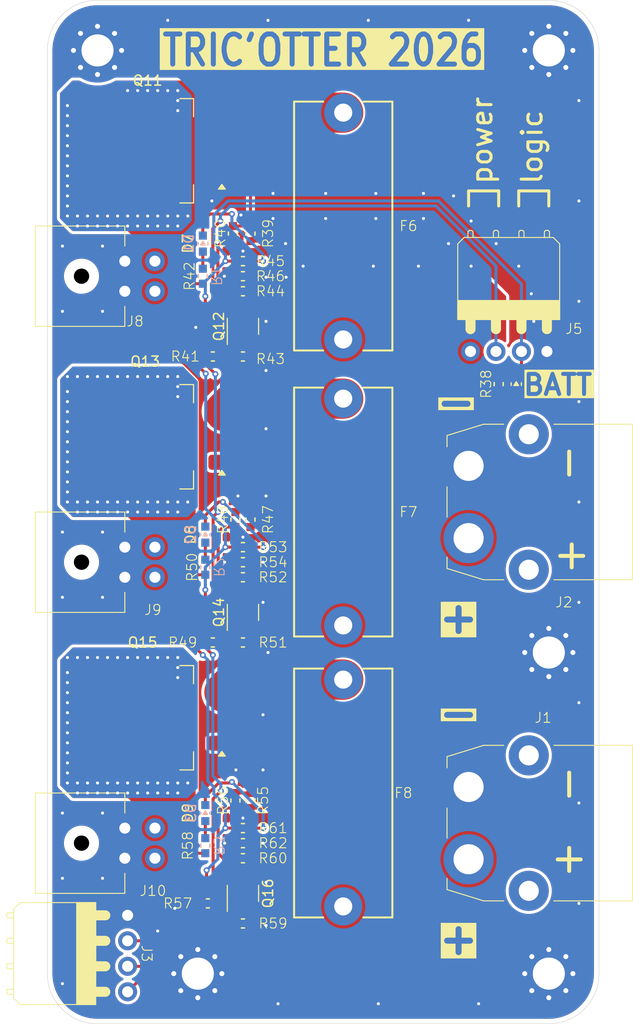
<source format=kicad_pcb>
(kicad_pcb (version 20241229) (generator "pcbnew") (generator_version "9.0")
  (layers (0 "F.Cu" signal) (2 "B.Cu" signal) (13 "F.Paste" user) (15 "B.Paste" user) (5 "F.SilkS" user "F.Silkscreen") (7 "B.SilkS" user "B.Silkscreen") (1 "F.Mask" user) (3 "B.Mask" user) (25 "Edge.Cuts" user))
  (net 0 "")
  (net 1 "/SW_logical")
  (net 2 "Net-(D1-PadA)")
  (net 3 "Net-(D2-PadA)")
  (net 4 "Net-(D3-PadA)")
  (net 5 "+BATT")
  (net 6 "GND")
  (net 7 "Net-(Q12-S)")
  (net 8 "Net-(D7-PadA)")
  (net 9 "Net-(D8-PadA)")
  (net 10 "Net-(Q14-S)")
  (net 11 "Net-(Q16-S)")
  (net 12 "Net-(D9-PadA)")
  (net 13 "/SW_POWER")
  (net 14 "Net-(Q11-S)")
  (net 15 "Net-(Q13-S)")
  (net 16 "Net-(Q15-S)")
  (net 17 "Net-(Q11-D)")
  (net 18 "Net-(Q13-D)")
  (net 19 "Net-(Q15-D)")
  (net 20 "Net-(Q11-G)")
  (net 21 "Net-(Q12-G)")
  (net 22 "Net-(Q12-D)")
  (net 23 "Net-(Q13-G)")
  (net 24 "Net-(Q14-G)")
  (net 25 "Net-(Q14-D)")
  (net 26 "Net-(Q15-G)")
  (net 27 "Net-(Q16-G)")
  (net 28 "Net-(Q16-D)")
  (net 29 "Net-(D6-PadA)")
  (footprint "cocotter_resistor:r0603_reflow" (layer "F.Cu") (at 118.5 48.25 -90)
    (property "Reference" "R40")
    (property "Value" "100k")
  )
  (footprint "cocotter_resistor:r0603_reflow" (layer "F.Cu") (at 115.75 109.25 90)
    (property "Reference" "R58")
    (property "Value" "10k 1%")
  )
  (footprint "cocotter_resistor:r0603_reflow" (layer "F.Cu") (at 115.5 52.5 90)
    (property "Reference" "R42")
    (property "Value" "10k 1%")
  )
  (footprint "cocotter_resistor:r0603_reflow" (layer "F.Cu") (at 119.5 79.5)
    (property "Reference" "R53")
    (property "Value" "0R")
  )
  (footprint "cocotter_resistor:r0603_reflow" (layer "F.Cu") (at 119.5 81 180)
    (property "Reference" "R54")
    (property "Value" "0R")
  )
  (footprint "cocotter_resistor:r0603_reflow" (layer "F.Cu") (at 119.5 109 180)
    (property "Reference" "R62")
    (property "Value" "0R")
  )
  (footprint "cocotter_connectors:3-794618-4" (layer "F.Cu") (at 109.2225 109 -90)
    (property "Reference" "J10")
    (property "Value" "3-794618-4")
  )
  (footprint "cocotter_connectors:XT60PW-M" (layer "F.Cu") (at 142 107 -90)
    (property "Reference" "J1")
    (property "Value" "XT60PW-M")
  )
  (footprint "cocotter_diodes:LED_0603_1608Metric" (layer "F.Cu") (at 146.75 63.25 -90)
    (property "Reference" "D6" (hide yes))
    (property "Value" "white, 0603")
  )
  (footprint "cocotter_resistor:r0603_reflow" (layer "F.Cu") (at 118.75 76.75 -90)
    (property "Reference" "R48")
    (property "Value" "100k")
  )
  (footprint "cocotter_others:MountingHole_3.2mm_M3_Pad_Via" (layer "F.Cu") (at 150 122)
    (property "Reference" "H2" (hide yes))
    (property "Value" "MountingHole_Pad_M3")
  )
  (footprint "cocotter_resistor:r0603_reflow" (layer "F.Cu") (at 120.25 48.25 90)
    (property "Reference" "R39")
    (property "Value" "100k")
  )
  (footprint "cocotter_resistor:r0603_reflow" (layer "F.Cu") (at 119.5 52.5 180)
    (property "Reference" "R46")
    (property "Value" "0R")
  )
  (footprint "cocotter_resistor:r0603_reflow" (layer "F.Cu") (at 120.25 76.75 90)
    (property "Reference" "R47")
    (property "Value" "100k")
  )
  (footprint "cocotter_connectors:3-794618-4" (layer "F.Cu") (at 109.2225 81 -90)
    (property "Reference" "J9")
    (property "Value" "3-794618-4")
  )
  (footprint "cocotter_others:MountingHole_3.2mm_M3_Pad_Via" (layer "F.Cu") (at 150 30)
    (property "Reference" "H3" (hide yes))
    (property "Value" "MountingHole_Pad_M3")
  )
  (footprint "cocotter_resistor:r0603_reflow" (layer "F.Cu") (at 116.5 60.5)
    (property "Reference" "R41")
    (property "Value" "100k")
  )
  (footprint "cocotter_connectors:XT60PW-M" (layer "F.Cu") (at 142 75 -90)
    (property "Reference" "J2")
    (property "Value" "XT60PW-M")
  )
  (footprint "cocotter_transistors:TO-263-2-GOFORD" (layer "F.Cu") (at 109.75 40 180)
    (property "Reference" "Q11")
    (property "Value" "G120P06M")
  )
  (footprint "cocotter_transistors:TO-263-2-GOFORD" (layer "F.Cu") (at 109.75 68.5 180)
    (property "Reference" "Q13")
    (property "Value" "G120P06M")
  )
  (footprint "cocotter_resistor:r0603_reflow" (layer "F.Cu") (at 119.5 89)
    (property "Reference" "R51")
    (property "Value" "100k")
  )
  (footprint "cocotter_others:FUSEHOLDER_5x20mm" (layer "F.Cu") (at 129.5 47.5 90)
    (property "Reference" "F6")
    (property "Value" "FH1-200CK-B")
  )
  (footprint "cocotter_resistor:r0603_reflow" (layer "F.Cu") (at 120.25 104.75 90)
    (property "Reference" "R55")
    (property "Value" "100k")
  )
  (footprint "cocotter_others:MountingHole_3.2mm_M3_Pad_Via" (layer "F.Cu") (at 105 30)
    (property "Reference" "H4" (hide yes))
    (property "Value" "MountingHole_Pad_M3")
  )
  (footprint "cocotter_resistor:r0603_reflow" (layer "F.Cu") (at 119.5 107.5)
    (property "Reference" "R61")
    (property "Value" "0R")
  )
  (footprint "cocotter_others:FUSEHOLDER_5x20mm" (layer "F.Cu") (at 129.5 104 90)
    (property "Reference" "F8")
    (property "Value" "FH1-200CK-B")
  )
  (footprint "cocotter_transistors:TO-263-2-GOFORD" (layer "F.Cu") (at 109.75 96.5 180)
    (property "Reference" "Q15")
    (property "Value" "G120P06M")
  )
  (footprint "cocotter_connectors:3-794618-4" (layer "F.Cu") (at 109.2225 52.5 -90)
    (property "Reference" "J8")
    (property "Value" "3-794618-4")
  )
  (footprint "cocotter_others:MountingHole_3.2mm_M3_Pad_Via" (layer "F.Cu") (at 150 90)
    (property "Reference" "H5" (hide yes))
    (property "Value" "MountingHole_Pad_M3")
  )
  (footprint "cocotter_others:FUSEHOLDER_5x20mm" (layer "F.Cu") (at 129.5 76 90)
    (property "Reference" "F7")
    (property "Value" "FH1-200CK-B")
  )
  (footprint "cocotter_resistor:r0603_reflow" (layer "F.Cu") (at 119.5 110.5)
    (property "Reference" "R60")
    (property "Value" "0R")
  )
  (footprint "cocotter_diodes:LED_0603_1608Metric" (layer "F.Cu") (at 115.75 106 -90)
    (property "Reference" "D9")
    (property "Value" "green, 0603")
  )
  (footprint "cocotter_transistors:SOT-23-3" (layer "F.Cu") (at 119.5 57.5 90)
    (property "Reference" "Q12")
    (property "Value" "2N7002")
  )
  (footprint "cocotter_resistor:r0603_reflow" (layer "F.Cu") (at 118.75 104.75 -90)
    (property "Reference" "R56")
    (property "Value" "100k")
  )
  (footprint "cocotter_transistors:SOT-23-3" (layer "F.Cu") (at 119.5 114 90)
    (property "Reference" "Q16")
    (property "Value" "2N7002")
  )
  (footprint "cocotter_resistor:r0603_reflow" (layer "F.Cu") (at 119.5 82.5)
    (property "Reference" "R52")
    (property "Value" "0R")
  )
  (footprint "cocotter_resistor:r0603_reflow" (layer "F.Cu") (at 145 63.25 -90)
    (property "Reference" "R38")
    (property "Value" "10k 1%")
  )
  (footprint "cocotter_diodes:LED_0603_1608Metric" (layer "F.Cu") (at 115.75 78.25 -90)
    (property "Reference" "D8")
    (property "Value" "green, 0603")
  )
  (footprint "cocotter_resistor:r0603_reflow" (layer "F.Cu") (at 116 115)
    (property "Reference" "R57")
    (property "Value" "100k")
  )
  (footprint "cocotter_resistor:r0603_reflow" (layer "F.Cu") (at 115.75 81.5 90)
    (property "Reference" "R50")
    (property "Value" "10k 1%")
  )
  (footprint "cocotter_resistor:r0603_reflow" (layer "F.Cu") (at 119.5 51)
    (property "Reference" "R45")
    (property "Value" "0R")
  )
  (footprint "cocotter_resistor:r0603_reflow" (layer "F.Cu") (at 119.5 117)
    (property "Reference" "R59")
    (property "Value" "100k")
  )
  (footprint "cocotter_diodes:LED_0603_1608Metric" (layer "F.Cu") (at 115.5 49.25 -90)
    (property "Reference" "D7")
    (property "Value" "green, 0603")
  )
  (footprint "cocotter_resistor:r0603_reflow" (layer "F.Cu") (at 119.5 54)
    (property "Reference" "R44")
    (property "Value" "0R")
  )
  (footprint "cocotter_resistor:r0603_reflow" (layer "F.Cu") (at 119.5 60.5)
    (property "Reference" "R43")
    (property "Value" "100k")
  )
  (footprint "cocotter_connectors:22053041" (layer "F.Cu") (at 146 60 180)
    (property "Reference" "J5")
    (property "Value" "22053041")
  )
  (footprint "cocotter_transistors:SOT-23-3" (layer "F.Cu") (at 119.5 86 90)
    (property "Reference" "Q14")
    (property "Value" "2N7002")
  )
  (footprint "cocotter_connectors:22053041" (layer "F.Cu") (at 108 120 -90)
    (property "Reference" "J3")
    (property "Value" "22053041")
  )
  (footprint "cocotter_others:MountingHole_3.2mm_M3_Pad_Via" (layer "F.Cu") (at 115 122)
    (property "Reference" "H1" (hide yes))
    (property "Value" "MountingHole_Pad_M3")
  )
  (footprint "cocotter_resistor:r0603_reflow" (layer "F.Cu") (at 116.5 89)
    (property "Reference" "R49")
    (property "Value" "100k")
  )
  (footprint "cocotter_resistor:r0603_reflow" (layer "B.Cu") (at 115.5 52.5 90)
    (property "Reference" "R1")
    (property "Value" "10k 1%")
  )
  (footprint "cocotter_resistor:r0603_reflow" (layer "B.Cu") (at 115.75 109.25 90)
    (property "Reference" "R3")
    (property "Value" "10k 1%")
  )
  (footprint "cocotter_diodes:LED_0603_1608Metric" (layer "B.Cu") (at 115.75 78.25 -90)
    (property "Reference" "D2")
    (property "Value" "green, 0603")
  )
  (footprint "cocotter_resistor:r0603_reflow" (layer "B.Cu") (at 115.75 81.5 90)
    (property "Reference" "R2")
    (property "Value" "10k 1%")
  )
  (footprint "cocotter_diodes:LED_0603_1608Metric" (layer "B.Cu") (at 115.5 49.25 -90)
    (property "Reference" "D1")
    (property "Value" "green, 0603")
  )
  (footprint "cocotter_diodes:LED_0603_1608Metric" (layer "B.Cu") (at 115.75 106 -90)
    (property "Reference" "D3")
    (property "Value" "green, 0603")
  )
  (gr_line (start 147 44) (end 150 44) (stroke (width 0.3)) (layer "F.SilkS"))
  (gr_line (start 150 44) (end 150 45.5) (stroke (width 0.3)) (layer "F.SilkS"))
  (gr_line (start 145 44) (end 145 45.5) (stroke (width 0.3)) (layer "F.SilkS"))
  (gr_line (start 142 45.5) (end 142 44) (stroke (width 0.3)) (layer "F.SilkS"))
  (gr_line (start 142 44) (end 145 44) (stroke (width 0.3)) (layer "F.SilkS"))
  (gr_line (start 147 45.5) (end 147 44) (stroke (width 0.3)) (layer "F.SilkS"))
  (gr_arc (start 100 30) (mid 101.464466 26.464466) (end 105 25) (stroke (width 0.05)) (layer "Edge.Cuts"))
  (gr_line (start 100 30) (end 100 122) (stroke (width 0.05)) (layer "Edge.Cuts"))
  (gr_arc (start 150 25) (mid 153.535534 26.464466) (end 155 30) (stroke (width 0.05)) (layer "Edge.Cuts"))
  (gr_arc (start 155 122) (mid 153.535534 125.535534) (end 150 127) (stroke (width 0.05)) (layer "Edge.Cuts"))
  (gr_arc (start 105 127) (mid 101.464466 125.535534) (end 100 122) (stroke (width 0.05)) (layer "Edge.Cuts"))
  (gr_line (start 150 25) (end 105 25) (stroke (width 0.05)) (layer "Edge.Cuts"))
  (gr_line (start 155 30) (end 155 122) (stroke (width 0.05)) (layer "Edge.Cuts"))
  (gr_line (start 105 127) (end 150 127) (stroke (width 0.05)) (layer "Edge.Cuts"))
  (gr_text "power" (at 144.5 43.5 90) (layer "F.SilkS") (effects (font (size 2 2) (thickness 0.3) (bold yes)) (justify left bottom)))
  (gr_text "logic" (at 149.5 43.5 90) (layer "F.SilkS") (effects (font (size 2 2) (thickness 0.3) (bold yes)) (justify left bottom)))
  (gr_text "+" (at 141 118.5 0) (layer "F.SilkS" knockout) (effects (font (size 3 3) (thickness 0.6) (bold yes))))
  (gr_text "-" (at 141 96 0) (layer "F.SilkS" knockout) (effects (font (size 3 3) (thickness 0.6) (bold yes))))
  (gr_text "-" (at 140.75 65 0) (layer "F.SilkS" knockout) (effects (font (size 3 3) (thickness 0.6) (bold yes))))
  (gr_text "TRIC'OTTER 2026" (at 127.5 30 0) (layer "F.SilkS" knockout) (effects (font (size 3 2.5) (thickness 0.5) (bold yes))))
  (gr_text "BATT" (at 147.25 64.5 0) (layer "F.SilkS" knockout) (effects (font (size 2 2) (thickness 0.4) (bold yes)) (justify left bottom)))
  (gr_text "+" (at 141 86.5 0) (layer "F.SilkS" knockout) (effects (font (size 3 3) (thickness 0.6) (bold yes))))
  (segment (start 115.79038 62.20962) (end 114.75 61.16924) (width 0.3) (layer "F.Cu") (net 1))
  (segment (start 118.75 79.5) (end 118 79.5) (width 0.3) (layer "F.Cu") (net 1))
  (segment (start 114.75 86.041479) (end 114.75 89.5) (width 0.3) (layer "F.Cu") (net 1))
  (segment (start 115.75 58.25) (end 115.75 54.5) (width 0.3) (layer "F.Cu") (net 1))
  (segment (start 115.249 85.542479) (end 114.75 86.041479) (width 0.3) (layer "F.Cu") (net 1))
  (segment (start 114 116.39148) (end 111.66148 118.73) (width 0.3) (layer "F.Cu") (net 1))
  (segment (start 114.75 59.25) (end 115.75 58.25) (width 0.3) (layer "F.Cu") (net 1))
  (segment (start 118.75 107.5) (end 118 107.5) (width 0.3) (layer "F.Cu") (net 1))
  (segment (start 114 114.39148) (end 114 116.39148) (width 0.3) (layer "F.Cu") (net 1))
  (segment (start 115.8765 112.51498) (end 114 114.39148) (width 0.3) (layer "F.Cu") (net 1))
  (segment (start 111.66148 118.73) (end 108 118.73) (width 0.3) (layer "F.Cu") (net 1))
  (segment (start 147.27 61.93) (end 146.75 62.45) (width 0.3) (layer "F.Cu") (net 1))
  (segment (start 115.75 83.75) (end 115.75 85.04148) (width 0.3) (layer "F.Cu") (net 1))
  (segment (start 118.75 51) (end 117.75 51) (width 0.3) (layer "F.Cu") (net 1))
  (segment (start 147.27 60) (end 147.27 61.93) (width 0.3) (layer "F.Cu") (net 1))
  (segment (start 114.75 89.5) (end 115.5 90.25) (width 0.3) (layer "F.Cu") (net 1))
  (segment (start 114.75 61.16924) (end 114.75 59.25) (width 0.3) (layer "F.Cu") (net 1))
  (segment (start 115.75 85.04148) (end 115.249 85.542479) (width 0.3) (layer "F.Cu") (net 1))
  (segment (start 115.8765 111.7) (end 115.8765 112.51498) (width 0.3) (layer "F.Cu") (net 1))
  (segment (start 118.75 79.5) (end 117.75 79.5) (width 0.3) (layer "F.Cu") (net 1))
  (via (at 115.8765 111.7) (size 0.6) (drill 0.3) (layers "F.Cu" "B.Cu") (net 1))
  (via (at 115.75 54.5) (size 0.6) (drill 0.3) (layers "F.Cu" "B.Cu") (net 1))
  (via (at 117.75 51) (size 0.6) (drill 0.3) (layers "F.Cu" "B.Cu") (net 1))
  (via (at 115.79038 62.20962) (size 0.6) (drill 0.3) (layers "F.Cu" "B.Cu") (net 1))
  (via (at 117.75 107.5) (size 0.6) (drill 0.3) (layers "F.Cu" "B.Cu") (net 1))
  (via (at 115.75 83.75) (size 0.6) (drill 0.3) (layers "F.Cu" "B.Cu") (net 1))
  (via (at 115.5 90.25) (size 0.6) (drill 0.3) (layers "F.Cu" "B.Cu") (net 1))
  (via (at 117.75 79.5) (size 0.6) (drill 0.3) (layers "F.Cu" "B.Cu") (net 1))
  (segment (start 115.79038 62.20962) (end 115.79038 75.70163) (width 0.3) (layer "B.Cu") (net 1))
  (segment (start 139 45) (end 147.27 53.27) (width 0.3) (layer "B.Cu") (net 1))
  (segment (start 115.8765 111.7) (end 117 110.5765) (width 0.3) (layer "B.Cu") (net 1))
  (segment (start 115.999 90.749) (end 115.999 102.80752) (width 0.3) (layer "B.Cu") (net 1))
  (segment (start 116.730346 76.651) (end 116.73975 76.651) (width 0.3) (layer "B.Cu") (net 1))
  (segment (start 116.349 76.26025) (end 116.349 76.269654) (width 0.3) (layer "B.Cu") (net 1))
  (segment (start 117 110.5765) (end 117 108.25) (width 0.3) (layer "B.Cu") (net 1))
  (segment (start 116.73975 76.651) (end 117.75 77.66125) (width 0.3) (layer "B.Cu") (net 1))
  (segment (start 115.79038 75.70163) (end 116.349 76.26025) (width 0.3) (layer "B.Cu") (net 1))
  (segment (start 117.75 77.66125) (end 117.75 79.5) (width 0.3) (layer "B.Cu") (net 1))
  (segment (start 115.5 90.25) (end 115.999 90.749) (width 0.3) (layer "B.Cu") (net 1))
  (segment (start 147.27 53.27) (end 147.27 60) (width 0.3) (layer "B.Cu") (net 1))
  (segment (start 116.6 49.2) (end 116.6 46.4) (width 0.3) (layer "B.Cu") (net 1))
  (segment (start 118 45) (end 139 45) (width 0.3) (layer "B.Cu") (net 1))
  (segment (start 116.349 76.269654) (end 116.730346 76.651) (width 0.3) (layer "B.Cu") (net 1))
  (segment (start 116.6 46.4) (end 118 45) (width 0.3) (layer "B.Cu") (net 1))
  (segment (start 117.75 105.25) (end 117.75 107.5) (width 0.3) (layer "B.Cu") (net 1))
  (segment (start 115.999 102.80752) (end 116.6 103.40852) (width 0.3) (layer "B.Cu") (net 1))
  (segment (start 115.75 53) (end 115.75 54.5) (width 0.3) (layer "B.Cu") (net 1))
  (segment (start 117.75 50.35) (end 116.6 49.2) (width 0.3) (layer "B.Cu") (net 1))
  (segment (start 116.6 104.1) (end 117.75 105.25) (width 0.3) (layer "B.Cu") (net 1))
  (segment (start 117.75 79.5) (end 115.75 81.5) (width 0.3) (layer "B.Cu") (net 1))
  (segment (start 117.75 51) (end 115.75 53) (width 0.3) (layer "B.Cu") (net 1))
  (segment (start 115.75 81.5) (end 115.75 83.25) (width 0.3) (layer "B.Cu") (net 1))
  (segment (start 117.75 51) (end 117.75 50.35) (width 0.3) (layer "B.Cu") (net 1))
  (segment (start 115.75 83.25) (end 115.75 83.75) (width 0.3) (layer "B.Cu") (net 1))
  (segment (start 116.6 103.40852) (end 116.6 104.1) (width 0.3) (layer "B.Cu") (net 1))
  (segment (start 117 108.25) (end 117.75 107.5) (width 0.3) (layer "B.Cu") (net 1))
  (segment (start 128.5 55.75) (end 128.5 58.8) (width 0.3) (layer "F.Cu") (net 5))
  (segment (start 120.2775 105.5) (end 124.5 105.5) (width 0.3) (layer "F.Cu") (net 5))
  (segment (start 124.5 105.5) (end 129.5 110.5) (width 0.3) (layer "F.Cu") (net 5))
  (segment (start 128.5275 84.5) (end 128.5275 87.3) (width 0.3) (layer "F.Cu") (net 5))
  (segment (start 113.56 118.25) (end 126.55 118.25) (width 0.3) (layer "F.Cu") (net 5))
  (segment (start 120.2775 77.5) (end 121.5275 77.5) (width 0.3) (layer "F.Cu") (net 5))
  (segment (start 121.75 49) (end 128.5 55.75) (width 0.3) (layer "F.Cu") (net 5))
  (segment (start 120.25 49) (end 121.75 49) (width 0.3) (layer "F.Cu") (net 5))
  (segment (start 108 123.81) (end 113.56 118.25) (width 0.3) (layer "F.Cu") (net 5))
  (segment (start 142.19 60) (end 142.19 61.69) (width 0.2) (layer "F.Cu") (net 5))
  (segment (start 143 62.5) (end 145 62.5) (width 0.2) (layer "F.Cu") (net 5))
  (segment (start 126.55 118.25) (end 129.5 115.3) (width 0.3) (layer "F.Cu") (net 5))
  (segment (start 121.5275 77.5) (end 128.5275 84.5) (width 0.3) (layer "F.Cu") (net 5))
  (segment (start 142.19 61.69) (end 143 62.5) (width 0.2) (layer "F.Cu") (net 5))
  (segment (start 129.5 110.5) (end 129.5 115.3) (width 0.3) (layer "F.Cu") (net 5))
  (segment (start 117.75 52.5) (end 117.65 52.5) (width 0.3) (layer "F.Cu") (net 6))
  (segment (start 118.75 52.5) (end 117.75 52.5) (width 0.3) (layer "F.Cu") (net 6))
  (segment (start 117.7775 109) (end 117.6775 109) (width 0.3) (layer "F.Cu") (net 6))
  (segment (start 118.7775 81) (end 117.7775 81) (width 0.3) (layer "F.Cu") (net 6))
  (segment (start 118.7775 109) (end 117.7775 109) (width 0.3) (layer "F.Cu") (net 6))
  (segment (start 117.7775 81) (end 117.6775 81) (width 0.3) (layer "F.Cu") (net 6))
  (via (at 121.8 112.9) (size 0.6) (drill 0.3) (layers "F.Cu" "B.Cu") (net 6))
  (via (at 121.8 57) (size 0.6) (drill 0.3) (layers "F.Cu" "B.Cu") (net 6))
  (via (at 132.75 46.75) (size 0.6) (drill 0.3) (layers "F.Cu" "B.Cu") (net 6))
  (via (at 122 27) (size 0.6) (drill 0.3) (layers "F.Cu" "B.Cu") (net 6))
  (via (at 137 51.5) (size 0.6) (drill 0.3) (layers "F.Cu" "B.Cu") (net 6))
  (via (at 132.75 44.25) (size 0.6) (drill 0.3) (layers "F.Cu" "B.Cu") (net 6))
  (via (at 121.8 74.4) (size 0.6) (drill 0.3) (layers "F.Cu" "B.Cu") (net 6))
  (via (at 137.5 46.75) (size 0.6) (drill 0.3) (layers "F.Cu" "B.Cu") (net 6))
  (via (at 143 125) (size 0.6) (drill 0.3) (layers "F.Cu" "B.Cu") (net 6))
  (via (at 119.3 46.4) (size 0.6) (drill 0.3) (layers "F.Cu" "B.Cu") (net 6))
  (via (at 105.5 49.5) (size 0.6) (drill 0.3) (layers "F.Cu" "B.Cu") (net 6))
  (via (at 116.4 45) (size 0.6) (drill 0.3) (layers "F.Cu" "B.Cu") (net 6))
  (via (at 121.8 52.6) (size 0.6) (drill 0.3) (layers "F.Cu" "B.Cu") (net 6))
  (via (at 132.5 51.5) (size 0.6) (drill 0.3) (layers "F.Cu" "B.Cu") (net 6))
  (via (at 153 45) (size 0.6) (drill 0.3) (layers "F.Cu" "B.Cu") (net 6))
  (via (at 118.8 101.7) (size 0.6) (drill 0.3) (layers "F.Cu" "B.Cu") (net 6))
  (via (at 142.25 47) (size 0.6) (drill 0.3) (layers "F.Cu" "B.Cu") (net 6))
  (via (at 101.5 56) (size 0.6) (drill 0.3) (layers "F.Cu" "B.Cu") (net 6))
  (via (at 105.5 106) (size 0.6) (drill 0.3) (layers "F.Cu" "B.Cu") (net 6))
  (via (at 147 51.5) (size 0.6) (drill 0.3) (layers "F.Cu" "B.Cu") (net 6))
  (via (at 148.25 54.25) (size 0.6) (drill 0.3) (layers "F.Cu" "B.Cu") (net 6))
  (via (at 133 125) (size 0.6) (drill 0.3) (layers "F.Cu" "B.Cu") (net 6))
  (via (at 114.8 57.6) (size 0.6) (drill 0.3) (layers "F.Cu" "B.Cu") (net 6))
  (via (at 119.5 50) (size 0.6) (drill 0.3) (layers "F.Cu" "B.Cu") (net 6))
  (via (at 122.5 46.75) (size 0.6) (drill 0.3) (layers "F.Cu" "B.Cu") (net 6))
  (via (at 105.5 84.5) (size 0.6) (drill 0.3) (layers "F.Cu" "B.Cu") (net 6))
  (via (at 153 55) (size 0.6) (drill 0.3) (layers "F.Cu" "B.Cu") (net 6))
  (via (at 123 125) (size 0.6) (drill 0.3) (layers "F.Cu" "B.Cu") (net 6))
  (via (at 153 105) (size 0.6) (drill 0.3) (layers "F.Cu" "B.Cu") (net 6))
  (via (at 121.5 109) (size 0.6) (drill 0.3) (layers "F.Cu" "B.Cu") (net 6))
  (via (at 117.6775 109) (size 0.6) (drill 0.3) (layers "F.Cu" "B.Cu") (net 6))
  (via (at 132 27) (size 0.6) (drill 0.3) (layers "F.Cu" "B.Cu") (net 6))
  (via (at 137.5 44.25) (size 0.6) (drill 0.3) (layers "F.Cu" "B.Cu") (net 6))
  (via (at 101.5 123) (size 0.6) (drill 0.3) (layers "F.Cu" "B.Cu") (net 6))
  (via (at 105.5 78) (size 0.6) (drill 0.3) (layers "F.Cu" "B.Cu") (net 6))
  (via (at 105.5 112.5) (size 0.6) (drill 0.3) (layers "F.Cu" "B.Cu") (net 6))
  (via (at 153 35) (size 0.6) (drill 0.3) (layers "F.Cu" "B.Cu") (net 6))
  (via (at 148.5 57) (size 0.6) (drill 0.3) (layers "F.Cu" "B.Cu") (net 6))
  (via (at 153 65) (size 0.6) (drill 0.3) (layers "F.Cu" "B.Cu") (net 6))
  (via (at 144.75 49.25) (size 0.6) (drill 0.3) (layers "F.Cu" "B.Cu") (net 6))
  (via (at 153 115) (size 0.6) (drill 0.3) (layers "F.Cu" "B.Cu") (net 6))
  (via (at 119.5 106.5) (size 0.6) (drill 0.3) (layers "F.Cu" "B.Cu") (net 6))
  (via (at 121.8 61.9) (size 0.6) (drill 0.3) (layers "F.Cu" "B.Cu") (net 6))
  (via (at 142.25 51.5) (size 0.6) (drill 0.3) (layers "F.Cu" "B.Cu") (net 6))
  (via (at 119.5 78.5) (size 0.6) (drill 0.3) (layers "F.Cu" "B.Cu") (net 6))
  (via (at 122 90) (size 0.6) (drill 0.3) (layers "F.Cu" "B.Cu") (net 6))
  (via (at 117.6775 81) (size 0.6) (drill 0.3) (layers "F.Cu" "B.Cu") (net 6))
  (via (at 121.8 117.2) (size 0.6) (drill 0.3) (layers "F.Cu" "B.Cu") (net 6))
  (via (at 153 85) (size 0.6) (drill 0.3) (layers "F.Cu" "B.Cu") (net 6))
  (via (at 101.5 84.5) (size 0.6) (drill 0.3) (layers "F.Cu" "B.Cu") (net 6))
  (via (at 121.5 96.2) (size 0.6) (drill 0.3) (layers "F.Cu" "B.Cu") (net 6))
  (via (at 123.8 52.6) (size 0.6) (drill 0.3) (layers "F.Cu" "B.Cu") (net 6))
  (via (at 121.5 101.7) (size 0.6) (drill 0.3) (layers "F.Cu" "B.Cu") (net 6))
  (via (at 101.5 112.5) (size 0.6) (drill 0.3) (layers "F.Cu" "B.Cu") (net 6))
  (via (at 101.5 78) (size 0.6) (drill 0.3) (layers "F.Cu" "B.Cu") (net 6))
  (via (at 153 95) (size 0.6) (drill 0.3) (layers "F.Cu" "B.Cu") (net 6))
  (via (at 127.75 46.75) (size 0.6) (drill 0.3) (layers "F.Cu" "B.Cu") (net 6))
  (via (at 101.5 106) (size 0.6) (drill 0.3) (layers "F.Cu" "B.Cu") (net 6))
  (via (at 121.5 81) (size 0.6) (drill 0.3) (layers "F.Cu" "B.Cu") (net 6))
  (via (at 121.5 85) (size 0.6) (drill 0.3) (layers "F.Cu" "B.Cu") (net 6))
  (via (at 119 74.4) (size 0.6) (drill 0.3) (layers "F.Cu" "B.Cu") (net 6))
  (via (at 142 27) (size 0.6) (drill 0.3) (layers "F.Cu" "B.Cu") (net 6))
  (via (at 123.75 49.25) (size 0.6) (drill 0.3) (layers "F.Cu" "B.Cu") (net 6))
  (via (at 121.8 67.7) (size 0.6) (drill 0.3) (layers "F.Cu" "B.Cu") (net 6))
  (via (at 111 117.75) (size 0.6) (drill 0.3) (layers "F.Cu" "B.Cu") (net 6))
  (via (at 140 49.25) (size 0.6) (drill 0.3) (layers "F.Cu" "B.Cu") (net 6))
  (via (at 140.5 44.5) (size 0.6) (drill 0.3) (layers "F.Cu" "B.Cu") (net 6))
  (via (at 112 27) (size 0.6) (drill 0.3) (layers "F.Cu" "B.Cu") (net 6))
  (via (at 127.75 44.25) (size 0.6) (drill 0.3) (layers "F.Cu" "B.Cu") (net 6))
  (via (at 153 75) (size 0.6) (drill 0.3) (layers "F.Cu" "B.Cu") (net 6))
  (via (at 117.65 52.5) (size 0.6) (drill 0.3) (layers "F.Cu" "B.Cu") (net 6))
  (via (at 101.5 49.5) (size 0.6) (drill 0.3) (layers "F.Cu" "B.Cu") (net 6))
  (via (at 122.5 44.25) (size 0.6) (drill 0.3) (layers "F.Cu" "B.Cu") (net 6))
  (via (at 105.5 56) (size 0.6) (drill 0.3) (layers "F.Cu" "B.Cu") (net 6))
  (via (at 125.5 51.5) (size 0.6) (drill 0.3) (layers "F.Cu" "B.Cu") (net 6))
  (via (at 112.7 115.5) (size 0.6) (drill 0.3) (layers "F.Cu" "B.Cu") (net 6))
  (segment (start 114.5 87.5) (end 117.6775 84.3225) (width 0.3) (layer "B.Cu") (net 6))
  (segment (start 115.5 59) (end 109.5 59) (width 0.3) (layer "B.Cu") (net 6))
  (segment (start 117.6775 84.3225) (end 117.6775 81) (width 0.3) (layer "B.Cu") (net 6))
  (segment (start 107.75 85.7225) (end 109.5275 87.5) (width 0.3) (layer "B.Cu") (net 6))
  (segment (start 117.6775 113.35) (end 115.5275 115.5) (width 0.3) (layer "B.Cu") (net 6))
  (segment (start 109.5 59) (end 107.7225 57.2225) (width 0.3) (layer "B.Cu") (net 6))
  (segment (start 109.5275 115.5) (end 107.75 113.7225) (width 0.3) (layer "B.Cu") (net 6))
  (segment (start 115.5275 115.5) (end 109.5275 115.5) (width 0.3) (layer "B.Cu") (net 6))
  (segment (start 117.65 52.5) (end 117.65 56.85) (width 0.3) (layer "B.Cu") (net 6))
  (segment (start 107.7225 57.2225) (end 107.7225 54) (width 0.3) (layer "B.Cu") (net 6))
  (segment (start 107.75 113.7225) (end 107.75 110.5) (width 0.3) (layer "B.Cu") (net 6))
  (segment (start 117.65 56.85) (end 115.5 59) (width 0.3) (layer "B.Cu") (net 6))
  (segment (start 107.75 82.5) (end 107.75 85.7225) (width 0.3) (layer "B.Cu") (net 6))
  (segment (start 117.6775 109) (end 117.6775 113.35) (width 0.3) (layer "B.Cu") (net 6))
  (segment (start 109.5275 87.5) (end 114.5 87.5) (width 0.3) (layer "B.Cu") (net 6))
  (segment (start 115.5 47) (end 115.5 48.45) (width 0.3) (layer "F.Cu") (net 7))
  (segment (start 120.25 54) (end 120.25 51) (width 0.3) (layer "F.Cu") (net 7))
  (segment (start 118.4 46.3) (end 116.2 46.3) (width 0.3) (layer "F.Cu") (net 7))
  (segment (start 120.45 58.6375) (end 120.45 55.2) (width 0.3) (layer "F.Cu") (net 7))
  (segment (start 120.45 58.6375) (end 120.45 60.3) (width 0.3) (layer "F.Cu") (net 7))
  (segment (start 120.25 51) (end 121.5 51) (width 0.3) (layer "F.Cu") (net 7))
  (segment (start 116.2 46.3) (end 115.5 47) (width 0.3) (layer "F.Cu") (net 7))
  (segment (start 120.45 55.2) (end 120.25 55) (width 0.3) (layer "F.Cu") (net 7))
  (segment (start 120.25 54) (end 120.25 55) (width 0.3) (layer "F.Cu") (net 7))
  (segment (start 120.45 60.3) (end 120.25 60.5) (width 0.3) (layer "F.Cu") (net 7))
  (via (at 121.5 51) (size 0.6) (drill 0.3) (layers "F.Cu" "B.Cu") (net 7))
  (via (at 118.4 46.3) (size 0.6) (drill 0.3) (layers "F.Cu" "B.Cu") (net 7))
  (segment (start 118.4 47.2) (end 121.5 50.3) (width 0.3) (layer "B.Cu") (net 7))
  (segment (start 118.4 46.3) (end 118.4 47.2) (width 0.3) (layer "B.Cu") (net 7))
  (segment (start 121.5 50.3) (end 121.5 51) (width 0.3) (layer "B.Cu") (net 7))
  (segment (start 115.5 51.7) (end 115.5 50.05) (width 0.3) (layer "F.Cu") (net 8))
  (segment (start 115.75 80.7) (end 115.75 79) (width 0.3) (layer "F.Cu") (net 9))
  (segment (start 120.2775 82.5) (end 120.2775 79.5) (width 0.3) (layer "F.Cu") (net 10))
  (segment (start 115.75 77.45) (end 115.75 76.329346) (width 0.3) (layer "F.Cu") (net 10))
  (segment (start 120.4775 87.1375) (end 120.4775 83.7) (width 0.3) (layer "F.Cu") (net 10))
  (segment (start 115.75 76.329346) (end 117.079346 75) (width 0.3) (layer "F.Cu") (net 10))
  (segment (start 120.4775 83.7) (end 120.2775 83.5) (width 0.3) (layer "F.Cu") (net 10))
  (segment (start 120.2775 82.5) (end 120.2775 83.5) (width 0.3) (layer "F.Cu") (net 10))
  (segment (start 120.4775 88.8) (end 120.2775 89) (width 0.3) (layer "F.Cu") (net 10))
  (segment (start 120.4775 87.1375) (end 120.4775 88.8) (width 0.3) (layer "F.Cu") (net 10))
  (segment (start 117.079346 75) (end 117.5 75) (width 0.3) (layer "F.Cu") (net 10))
  (segment (start 120.2775 79.5) (end 121.5275 79.5) (width 0.3) (layer "F.Cu") (net 10))
  (via (at 117.5 75) (size 0.6) (drill 0.3) (layers "F.Cu" "B.Cu") (net 10))
  (via (at 121.5275 79.5) (size 0.6) (drill 0.3) (layers "F.Cu" "B.Cu") (net 10))
  (segment (start 121.5275 79.0275) (end 117.5 75) (width 0.3) (layer "B.Cu") (net 10))
  (segment (start 117.5 75) (end 117.625 75.125) (width 0.3) (layer "B.Cu") (net 10))
  (segment (start 121.5275 79.5) (end 121.5275 79.0275) (width 0.3) (layer "B.Cu") (net 10))
  (segment (start 115.75 104.329346) (end 115.75 105.45) (width 0.3) (layer "F.Cu") (net 11))
  (segment (start 120.4775 111.7) (end 120.2775 111.5) (width 0.3) (layer "F.Cu") (net 11))
  (segment (start 120.2775 110.5) (end 120.2775 107.5) (width 0.3) (layer "F.Cu") (net 11))
  (segment (start 120.4775 115.1375) (end 120.4775 116.8) (width 0.3) (layer "F.Cu") (net 11))
  (segment (start 118.3 103) (end 117.079346 103) (width 0.3) (layer "F.Cu") (net 11))
  (segment (start 120.2775 107.5) (end 121.5275 107.5) (width 0.3) (layer "F.Cu") (net 11))
  (segment (start 117.079346 103) (end 115.75 104.329346) (width 0.3) (layer "F.Cu") (net 11))
  (segment (start 120.4775 116.8) (end 120.2775 117) (width 0.3) (layer "F.Cu") (net 11))
  (segment (start 120.2775 110.5) (end 120.2775 111.5) (width 0.3) (layer "F.Cu") (net 11))
  (segment (start 118.4 102.9) (end 118.3 103) (width 0.3) (layer "F.Cu") (net 11))
  (segment (start 120.4775 115.1375) (end 120.4775 111.7) (width 0.3) (layer "F.Cu") (net 11))
  (via (at 118.4 102.9) (size 0.6) (drill 0.3) (layers "F.Cu" "B.Cu") (net 11))
  (via (at 121.5275 107.5) (size 0.6) (drill 0.3) (layers "F.Cu" "B.Cu") (net 11))
  (segment (start 118.4 102.9) (end 121.5275 106.0275) (width 0.3) (layer "B.Cu") (net 11))
  (segment (start 121.5275 106.0275) (end 121.5275 107.5) (width 0.3) (layer "B.Cu") (net 11))
  (segment (start 115.75 108.45) (end 115.75 106.75) (width 0.3) (layer "F.Cu") (net 12))
  (segment (start 116.501 53.70952) (end 116.499 53.70752) (width 0.3) (layer "F.Cu") (net 13))
  (segment (start 108 121.27) (end 109.83 121.27) (width 0.3) (layer "F.Cu") (net 13))
  (segment (start 116.501 59.749) (end 116.501 53.70952) (width 0.3) (layer "F.Cu") (net 13))
  (segment (start 116.499 53.70752) (end 116.499 47.751) (width 0.3) (layer "F.Cu") (net 13))
  (segment (start 115.75 60.5) (end 116.501 59.749) (width 0.3) (layer "F.Cu") (net 13))
  (segment (start 115.75 89) (end 115.75 89.5) (width 0.3) (layer "F.Cu") (net 13))
  (segment (start 109.83 121.27) (end 115.25 115.85) (width 0.3) (layer "F.Cu") (net 13))
  (segment (start 116.499 47.751) (end 117.25 47) (width 0.3) (layer "F.Cu") (net 13))
  (segment (start 116.5265 112.9735) (end 115.25 114.25) (width 0.3) (layer "F.Cu") (net 13))
  (segment (start 116.5265 84.9735) (end 115.75 85.75) (width 0.3) (layer "F.Cu") (net 13))
  (segment (start 115.25 115.85) (end 115.25 115) (width 0.3) (layer "F.Cu") (net 13))
  (segment (start 116.5265 76.4735) (end 116.5265 84.9735) (width 0.3) (layer "F.Cu") (net 13))
  (segment (start 115.75 85.75) (end 115.75 89) (width 0.3) (layer "F.Cu") (net 13))
  (segment (start 115.75 61.25) (end 115.75 60.5) (width 0.3) (layer "F.Cu") (net 13))
  (segment (start 115.75 89.5) (end 116.5 90.25) (width 0.3) (layer "F.Cu") (net 13))
  (segment (start 116.75 62.25) (end 115.75 61.25) (width 0.3) (layer "F.Cu") (net 13))
  (segment (start 117 76) (end 116.5265 76.4735) (width 0.3) (layer "F.Cu") (net 13))
  (segment (start 117.3 103.8) (end 116.5265 104.5735) (width 0.3) (layer "F.Cu") (net 13))
  (segment (start 116.5265 104.5735) (end 116.5265 112.9735) (width 0.3) (layer "F.Cu") (net 13))
  (segment (start 115.25 114.25) (end 115.25 115) (width 0.3) (layer "F.Cu") (net 13))
  (via (at 117 76) (size 0.6) (drill 0.3) (layers "F.Cu" "B.Cu") (net 13))
  (via (at 117.3 103.8) (size 0.6) (drill 0.3) (layers "F.Cu" "B.Cu") (net 13))
  (via (at 116.5 90.25) (size 0.6) (drill 0.3) (layers "F.Cu" "B.Cu") (net 13))
  (via (at 116.75 62.25) (size 0.6) (drill 0.3) (layers "F.Cu" "B.Cu") (net 13))
  (via (at 117.25 47) (size 0.6) (drill 0.3) (layers "F.Cu" "B.Cu") (net 13))
  (segment (start 144.73 51.48) (end 144.73 60) (width 0.3) (layer "B.Cu") (net 13))
  (segment (start 118.229362 45.501) (end 138.751 45.501) (width 0.3) (layer "B.Cu") (net 13))
  (segment (start 116.75 75.75) (end 117 76) (width 0.3) (layer "B.Cu") (net 13))
  (segment (start 117.25 46.480362) (end 118.229362 45.501) (width 0.3) (layer "B.Cu") (net 13))
  (segment (start 117.3 103.8) (end 117.3 103.1) (width 0.3) (layer "B.Cu") (net 13))
  (segment (start 138.751 45.501) (end 144.73 51.48) (width 0.3) (layer "B.Cu") (net 13))
  (segment (start 116.75 62.25) (end 116.75 75.75) (width 0.3) (layer "B.Cu") (net 13))
  (segment (start 117.3 103.1) (end 116.5 102.3) (width 0.3) (layer "B.Cu") (net 13))
  (segment (start 116.5 102.3) (end 116.5 90.25) (width 0.3) (layer "B.Cu") (net 13))
  (segment (start 117.25 47) (end 117.25 46.480362) (width 0.3) (layer "B.Cu") (net 13))
  (segment (start 118.91 36.2) (end 117.65 37.46) (width 4) (layer "F.Cu") (net 14))
  (segment (start 129.5 36.2) (end 118.91 36.2) (width 4) (layer "F.Cu") (net 14))
  (segment (start 129.5 64.7) (end 118.91 64.7) (width 4) (layer "F.Cu") (net 15))
  (segment (start 118.9375 64.7) (end 117.6775 65.96) (width 4) (layer "F.Cu") (net 15))
  (segment (start 118.91 92.7) (end 117.65 93.96) (width 4) (layer "F.Cu") (net 16))
  (segment (start 128.5275 92.7) (end 129.5 92.7) (width 4) (layer "F.Cu") (net 16))
  (segment (start 129.5 92.7) (end 118.91 92.7) (width 4) (layer "F.Cu") (net 16))
  (segment (start 112.75 54) (end 110.7225 54) (width 0.3) (layer "F.Cu") (net 17))
  (segment (start 109 40) (end 108 40) (width 0.3) (layer "F.Cu") (net 17))
  (segment (start 115.75 53.25) (end 113.5 53.25) (width 0.3) (layer "F.Cu") (net 17))
  (segment (start 109.0275 40) (end 108.0275 40) (width 0.3) (layer "F.Cu") (net 17))
  (segment (start 113.5 53.25) (end 112.75 54) (width 0.3) (layer "F.Cu") (net 17))
  (via (at 103 46.5) (size 0.6) (drill 0.3) (layers "F.Cu" "B.Cu") (net 17))
  (via (at 109 46.5) (size 0.6) (drill 0.3) (layers "F.Cu" "B.Cu") (net 17))
  (via (at 113 35) (size 0.6) (drill 0.3) (layers "F.Cu" "B.Cu") (net 17))
  (via (at 110 46.5) (size 0.6) (drill 0.3) (layers "F.Cu" "B.Cu") (net 17))
  (via (at 114 46.5) (size 0.6) (drill 0.3) (layers "F.Cu" "B.Cu") (net 17))
  (via (at 109 34) (size 0.6) (drill 0.3) (layers "F.Cu" "B.Cu") (net 17))
  (via (at 104 46.5) (size 0.6) (drill 0.3) (layers "F.Cu" "B.Cu") (net 17))
  (via (at 110 34) (size 0.6) (drill 0.3) (layers "F.Cu" "B.Cu") (net 17))
  (via (at 107 47.5) (size 0.6) (drill 0.3) (layers "F.Cu" "B.Cu") (net 17))
  (via (at 107 46.5) (size 0.6) (drill 0.3) (layers "F.Cu" "B.Cu") (net 17))
  (via (at 102 36.5) (size 0.6) (drill 0.3) (layers "F.Cu" "B.Cu") (net 17))
  (via (at 102 43.5) (size 0.6) (drill 0.3) (layers "F.Cu" "B.Cu") (net 17))
  (via (at 113 34) (size 0.6) (drill 0.3) (layers "F.Cu" "B.Cu") (net 17))
  (via (at 112 46.5) (size 0.6) (drill 0.3) (layers "F.Cu" "B.Cu") (net 17))
  (via (at 110 47.5) (size 0.6) (drill 0.3) (layers "F.Cu" "B.Cu") (net 17))
  (via (at 102 38.5) (size 0.6) (drill 0.3) (layers "F.Cu" "B.Cu") (net 17))
  (via (at 104 47.5) (size 0.6) (drill 0.3) (layers "F.Cu" "B.Cu") (net 17))
  (via (at 102 41.5) (size 0.6) (drill 0.3) (layers "F.Cu" "B.Cu") (net 17))
  (via (at 102 39.5) (size 0.6) (drill 0.3) (layers "F.Cu" "B.Cu") (net 17))
  (via (at 103 47.5) (size 0.6) (drill 0.3) (layers "F.Cu" "B.Cu") (net 17))
  (via (at 111 46.5) (size 0.6) (drill 0.3) (layers "F.Cu" "B.Cu") (net 17))
  (via (at 113 36) (size 0.6) (drill 0.3) (layers "F.Cu" "B.Cu") (net 17))
  (via (at 108 46.5) (size 0.6) (drill 0.3) (layers "F.Cu" "B.Cu") (net 17))
  (via (at 105 47.5) (size 0.6) (drill 0.3) (layers "F.Cu" "B.Cu") (net 17))
  (via (at 113 46.5) (size 0.6) (drill 0.3) (layers "F.Cu" "B.Cu") (net 17))
  (via (at 106 46.5) (size 0.6) (drill 0.3) (layers "F.Cu" "B.Cu") (net 17))
  (via (at 113 47.5) (size 0.6) (drill 0.3) (layers "F.Cu" "B.Cu") (net 17))
  (via (at 102 44.5) (size 0.6) (drill 0.3) (layers "F.Cu" "B.Cu") (net 17))
  (via (at 109 47.5) (size 0.6) (drill 0.3) (layers "F.Cu" "B.Cu") (net 17))
  (via (at 102 37.5) (size 0.6) (drill 0.3) (layers "F.Cu" "B.Cu") (net 17))
  (via (at 112 34) (size 0.6) (drill 0.3) (layers "F.Cu" "B.Cu") (net 17))
  (via (at 108 34) (size 0.6) (drill 0.3) (layers "F.Cu" "B.Cu") (net 17))
  (via (at 112 47.5) (size 0.6) (drill 0.3) (layers "F.Cu" "B.Cu") (net 17))
  (via (at 108 47.5) (size 0.6) (drill 0.3) (layers "F.Cu" "B.Cu") (net 17))
  (via (at 102 45.5) (size 0.6) (drill 0.3) (layers "F.Cu" "B.Cu") (net 17))
  (via (at 102 35.5) (size 0.6) (drill 0.3) (layers "F.Cu" "B.Cu") (net 17))
  (via (at 111 34) (size 0.6) (drill 0.3) (layers "F.Cu" "B.Cu") (net 17))
  (via (at 102 46.5) (size 0.6) (drill 0.3) (layers "F.Cu" "B.Cu") (net 17))
  (via (at 105 46.5) (size 0.6) (drill 0.3) (layers "F.Cu" "B.Cu") (net 17))
  (via (at 102 40.5) (size 0.6) (drill 0.3) (layers "F.Cu" "B.Cu") (net 17))
  (via (at 111 47.5) (size 0.6) (drill 0.3) (layers "F.Cu" "B.Cu") (net 17))
  (via (at 102 42.5) (size 0.6) (drill 0.3) (layers "F.Cu" "B.Cu") (net 17))
  (via (at 106 47.5) (size 0.6) (drill 0.3) (layers "F.Cu" "B.Cu") (net 17))
  (segment (start 115.75 82.25) (end 110.9725 82.25) (width 0.3) (layer "F.Cu") (net 18))
  (segment (start 109.0275 68.5) (end 108.0275 68.5) (width 0.3) (layer "F.Cu") (net 18))
  (segment (start 109.0275 68.5) (end 108.0275 68.5) (width 0.3) (layer "F.Cu") (net 18))
  (segment (start 110.9725 82.25) (end 110.7225 82.5) (width 0.3) (layer "F.Cu") (net 18))
  (via (at 102 65) (size 0.6) (drill 0.3) (layers "F.Cu" "B.Cu") (net 18))
  (via (at 107 76) (size 0.6) (drill 0.3) (layers "F.Cu" "B.Cu") (net 18))
  (via (at 102 70) (size 0.6) (drill 0.3) (layers "F.Cu" "B.Cu") (net 18))
  (via (at 109 62.5) (size 0.6) (drill 0.3) (layers "F.Cu" "B.Cu") (net 18))
  (via (at 113 64.5) (size 0.6) (drill 0.3) (layers "F.Cu" "B.Cu") (net 18))
  (via (at 105 76) (size 0.6) (drill 0.3) (layers "F.Cu" "B.Cu") (net 18))
  (via (at 111 62.5) (size 0.6) (drill 0.3) (layers "F.Cu" "B.Cu") (net 18))
  (via (at 102 74) (size 0.6) (drill 0.3) (layers "F.Cu" "B.Cu") (net 18))
  (via (at 102 62.5) (size 0.6) (drill 0.3) (layers "F.Cu" "B.Cu") (net 18))
  (via (at 105 62.5) (size 0.6) (drill 0.3) (layers "F.Cu" "B.Cu") (net 18))
  (via (at 102 66) (size 0.6) (drill 0.3) (layers "F.Cu" "B.Cu") (net 18))
  (via (at 103 76) (size 0.6) (drill 0.3) (layers "F.Cu" "B.Cu") (net 18))
  (via (at 109 75) (size 0.6) (drill 0.3) (layers "F.Cu" "B.Cu") (net 18))
  (via (at 104 75) (size 0.6) (drill 0.3) (layers "F.Cu" "B.Cu") (net 18))
  (via (at 102 73) (size 0.6) (drill 0.3) (layers "F.Cu" "B.Cu") (net 18))
  (via (at 102 68) (size 0.6) (drill 0.3) (layers "F.Cu" "B.Cu") (net 18))
  (via (at 108 62.5) (size 0.6) (drill 0.3) (layers "F.Cu" "B.Cu") (net 18))
  (via (at 113 75) (size 0.6) (drill 0.3) (layers "F.Cu" "B.Cu") (net 18))
  (via (at 103 75) (size 0.6) (drill 0.3) (layers "F.Cu" "B.Cu") (net 18))
  (via (at 111 76) (size 0.6) (drill 0.3) (layers "F.Cu" "B.Cu") (net 18))
  (via (at 102 71) (size 0.6) (drill 0.3) (layers "F.Cu" "B.Cu") (net 18))
  (via (at 108 75) (size 0.6) (drill 0.3) (layers "F.Cu" "B.Cu") (net 18))
  (via (at 102 67) (size 0.6) (drill 0.3) (layers "F.Cu" "B.Cu") (net 18))
  (via (at 113 76) (size 0.6) (drill 0.3) (layers "F.Cu" "B.Cu") (net 18))
  (via (at 105 75) (size 0.6) (drill 0.3) (layers "F.Cu" "B.Cu") (net 18))
  (via (at 106 76) (size 0.6) (drill 0.3) (layers "F.Cu" "B.Cu") (net 18))
  (via (at 110 75) (size 0.6) (drill 0.3) (layers "F.Cu" "B.Cu") (net 18))
  (via (at 113 63.5) (size 0.6) (drill 0.3) (layers "F.Cu" "B.Cu") (net 18))
  (via (at 111 75) (size 0.6) (drill 0.3) (layers "F.Cu" "B.Cu") (net 18))
  (via (at 102 72) (size 0.6) (drill 0.3) (layers "F.Cu" "B.Cu") (net 18))
  (via (at 104 76) (size 0.6) (drill 0.3) (layers "F.Cu" "B.Cu") (net 18))
  (via (at 112 75) (size 0.6) (drill 0.3) (layers "F.Cu" "B.Cu") (net 18))
  (via (at 112 76) (size 0.6) (drill 0.3) (layers "F.Cu" "B.Cu") (net 18))
  (via (at 106 75) (size 0.6) (drill 0.3) (layers "F.Cu" "B.Cu") (net 18))
  (via (at 110 62.5) (size 0.6) (drill 0.3) (layers "F.Cu" "B.Cu") (net 18))
  (via (at 107 75) (size 0.6) (drill 0.3) (layers "F.Cu" "B.Cu") (net 18))
  (via (at 102 75) (size 0.6) (drill 0.3) (layers "F.Cu" "B.Cu") (net 18))
  (via (at 109 76) (size 0.6) (drill 0.3) (layers "F.Cu" "B.Cu") (net 18))
  (via (at 114 75) (size 0.6) (drill 0.3) (layers "F.Cu" "B.Cu") (net 18))
  (via (at 107 62.5) (size 0.6) (drill 0.3) (layers "F.Cu" "B.Cu") (net 18))
  (via (at 106 62.5) (size 0.6) (drill 0.3) (layers "F.Cu" "B.Cu") (net 18))
  (via (at 113 62.5) (size 0.6) (drill 0.3) (layers "F.Cu" "B.Cu") (net 18))
  (via (at 108 76) (size 0.6) (drill 0.3) (layers "F.Cu" "B.Cu") (net 18))
  (via (at 102 64) (size 0.6) (drill 0.3) (layers "F.Cu" "B.Cu") (net 18))
  (via (at 102 69) (size 0.6) (drill 0.3) (layers "F.Cu" "B.Cu") (net 18))
  (via (at 104 62.5) (size 0.6) (drill 0.3) (layers "F.Cu" "B.Cu") (net 18))
  (via (at 110 76) (size 0.6) (drill 0.3) (layers "F.Cu" "B.Cu") (net 18))
  (via (at 103 62.5) (size 0.6) (drill 0.3) (layers "F.Cu" "B.Cu") (net 18))
  (via (at 112 62.5) (size 0.6) (drill 0.3) (layers "F.Cu" "B.Cu") (net 18))
  (segment (start 115.75 110) (end 113.75 110) (width 0.3) (layer "F.Cu") (net 19))
  (segment (start 113.25 110.5) (end 110.7225 110.5) (width 0.3) (layer "F.Cu") (net 19))
  (segment (start 109.0275 96.5) (end 108.0275 96.5) (width 0.3) (layer "F.Cu") (net 19))
  (segment (start 109.0275 96.5) (end 108.0275 96.5) (width 0.3) (layer "F.Cu") (net 19))
  (segment (start 113.75 110) (end 113.25 110.5) (width 0.3) (layer "F.Cu") (net 19))
  (via (at 114 103) (size 0.6) (drill 0.3) (layers "F.Cu" "B.Cu") (net 19))
  (via (at 107 104) (size 0.6) (drill 0.3) (layers "F.Cu" "B.Cu") (net 19))
  (via (at 102 90.5) (size 0.6) (drill 0.3) (layers "F.Cu" "B.Cu") (net 19))
  (via (at 109 103) (size 0.6) (drill 0.3) (layers "F.Cu" "B.Cu") (net 19))
  (via (at 109 104) (size 0.6) (drill 0.3) (layers "F.Cu" "B.Cu") (net 19))
  (via (at 102 102) (size 0.6) (drill 0.3) (layers "F.Cu" "B.Cu") (net 19))
  (via (at 103 90.5) (size 0.6) (drill 0.3) (layers "F.Cu" "B.Cu") (net 19))
  (via (at 112 103) (size 0.6) (drill 0.3) (layers "F.Cu" "B.Cu") (net 19))
  (via (at 112 104) (size 0.6) (drill 0.3) (layers "F.Cu" "B.Cu") (net 19))
  (via (at 111 90.5) (size 0.6) (drill 0.3) (layers "F.Cu" "B.Cu") (net 19))
  (via (at 111 103) (size 0.6) (drill 0.3) (layers "F.Cu" "B.Cu") (net 19))
  (via (at 102 96) (size 0.6) (drill 0.3) (layers "F.Cu" "B.Cu") (net 19))
  (via (at 107 90.5) (size 0.6) (drill 0.3) (layers "F.Cu" "B.Cu") (net 19))
  (via (at 110 90.5) (size 0.6) (drill 0.3) (layers "F.Cu" "B.Cu") (net 19))
  (via (at 104 90.5) (size 0.6) (drill 0.3) (layers "F.Cu" "B.Cu") (net 19))
  (via (at 102 99) (size 0.6) (drill 0.3) (layers "F.Cu" "B.Cu") (net 19))
  (via (at 108 90.5) (size 0.6) (drill 0.3) (layers "F.Cu" "B.Cu") (net 19))
  (via (at 106 90.5) (size 0.6) (drill 0.3) (layers "F.Cu" "B.Cu") (net 19))
  (via (at 104 104) (size 0.6) (drill 0.3) (layers "F.Cu" "B.Cu") (net 19))
  (via (at 109 90.5) (size 0.6) (drill 0.3) (layers "F.Cu" "B.Cu") (net 19))
  (via (at 102 101) (size 0.6) (drill 0.3) (layers "F.Cu" "B.Cu") (net 19))
  (via (at 103 103) (size 0.6) (drill 0.3) (layers "F.Cu" "B.Cu") (net 19))
  (via (at 104 103) (size 0.6) (drill 0.3) (layers "F.Cu" "B.Cu") (net 19))
  (via (at 113 90.5) (size 0.6) (drill 0.3) (layers "F.Cu" "B.Cu") (net 19))
  (via (at 106 103) (size 0.6) (drill 0.3) (layers "F.Cu" "B.Cu") (net 19))
  (via (at 110 103) (size 0.6) (drill 0.3) (layers "F.Cu" "B.Cu") (net 19))
  (via (at 102 97) (size 0.6) (drill 0.3) (layers "F.Cu" "B.Cu") (net 19))
  (via (at 112 90.5) (size 0.6) (drill 0.3) (layers "F.Cu" "B.Cu") (net 19))
  (via (at 113 103) (size 0.6) (drill 0.3) (layers "F.Cu" "B.Cu") (net 19))
  (via (at 113 104) (size 0.6) (drill 0.3) (layers "F.Cu" "B.Cu") (net 19))
  (via (at 110 104) (size 0.6) (drill 0.3) (layers "F.Cu" "B.Cu") (net 19))
  (via (at 105 104) (size 0.6) (drill 0.3) (layers "F.Cu" "B.Cu") (net 19))
  (via (at 102 92) (size 0.6) (drill 0.3) (layers "F.Cu" "B.Cu") (net 19))
  (via (at 111 104) (size 0.6) (drill 0.3) (layers "F.Cu" "B.Cu") (net 19))
  (via (at 102 98) (size 0.6) (drill 0.3) (layers "F.Cu" "B.Cu") (net 19))
  (via (at 102 95) (size 0.6) (drill 0.3) (layers "F.Cu" "B.Cu") (net 19))
  (via (at 106 104) (size 0.6) (drill 0.3) (layers "F.Cu" "B.Cu") (net 19))
  (via (at 107 103) (size 0.6) (drill 0.3) (layers "F.Cu" "B.Cu") (net 19))
  (via (at 103 104) (size 0.6) (drill 0.3) (layers "F.Cu" "B.Cu") (net 19))
  (via (at 105 90.5) (size 0.6) (drill 0.3) (layers "F.Cu" "B.Cu") (net 19))
  (via (at 102 93) (size 0.6) (drill 0.3) (layers "F.Cu" "B.Cu") (net 19))
  (via (at 102 94) (size 0.6) (drill 0.3) (layers "F.Cu" "B.Cu") (net 19))
  (via (at 102 103) (size 0.6) (drill 0.3) (layers "F.Cu" "B.Cu") (net 19))
  (via (at 108 104) (size 0.6) (drill 0.3) (layers "F.Cu" "B.Cu") (net 19))
  (via (at 113 92.5) (size 0.6) (drill 0.3) (layers "F.Cu" "B.Cu") (net 19))
  (via (at 113 91.5) (size 0.6) (drill 0.3) (layers "F.Cu" "B.Cu") (net 19))
  (via (at 105 103) (size 0.6) (drill 0.3) (layers "F.Cu" "B.Cu") (net 19))
  (via (at 108 103) (size 0.6) (drill 0.3) (layers "F.Cu" "B.Cu") (net 19))
  (via (at 102 100) (size 0.6) (drill 0.3) (layers "F.Cu" "B.Cu") (net 19))
  (segment (start 120.25 47.5) (end 118.5 47.5) (width 0.3) (layer "F.Cu") (net 20))
  (segment (start 120.25 43.25) (end 120.25 47.5) (width 0.3) (layer "F.Cu") (net 20))
  (segment (start 117.65 42.54) (end 119.54 42.54) (width 0.3) (layer "F.Cu") (net 20))
  (segment (start 119.54 42.54) (end 120.25 43.25) (width 0.3) (layer "F.Cu") (net 20))
  (segment (start 118.55 60.3) (end 118.75 60.5) (width 0.3) (layer "F.Cu") (net 21))
  (segment (start 118.55 58.6375) (end 118.55 60.3) (width 0.3) (layer "F.Cu") (net 21))
  (segment (start 117.25 60.5) (end 118.75 60.5) (width 0.3) (layer "F.Cu") (net 21))
  (segment (start 118.75 49) (end 117.5 49) (width 0.3) (layer "F.Cu") (net 22))
  (segment (start 117.5 54) (end 118.75 54) (width 0.3) (layer "F.Cu") (net 22))
  (segment (start 117 53.5) (end 117.5 54) (width 0.3) (layer "F.Cu") (net 22))
  (segment (start 118.75 54.75) (end 118.75 54) (width 0.3) (layer "F.Cu") (net 22))
  (segment (start 119.5 55.5) (end 118.75 54.75) (width 0.3) (layer "F.Cu") (net 22))
  (segment (start 119.5 56.3625) (end 119.5 55.5) (width 0.3) (layer "F.Cu") (net 22))
  (segment (start 117.5 49) (end 117 49.5) (width 0.3) (layer "F.Cu") (net 22))
  (segment (start 117 49.5) (end 117 53.5) (width 0.3) (layer "F.Cu") (net 22))
  (segment (start 120.2775 76) (end 118.5275 76) (width 0.3) (layer "F.Cu") (net 23))
  (segment (start 120.2775 71.75) (end 120.2775 76) (width 0.3) (layer "F.Cu") (net 23))
  (segment (start 117.6775 71.04) (end 119.5675 71.04) (width 0.3) (layer "F.Cu") (net 23))
  (segment (start 119.5675 71.04) (end 120.2775 71.75) (width 0.3) (layer "F.Cu") (net 23))
  (segment (start 118.5775 88.8) (end 118.7775 89) (width 0.3) (layer "F.Cu") (net 24))
  (segment (start 117.2775 89) (end 118.7775 89) (width 0.3) (layer "F.Cu") (net 24))
  (segment (start 118.5775 87.1375) (end 118.5775 88.8) (width 0.3) (layer "F.Cu") (net 24))
  (segment (start 117.0275 78) (end 117.0275 82) (width 0.3) (layer "F.Cu") (net 25))
  (segment (start 118.7775 83.25) (end 118.7775 82.5) (width 0.3) (layer "F.Cu") (net 25))
  (segment (start 118.7775 77.5) (end 117.5275 77.5) (width 0.3) (layer "F.Cu") (net 25))
  (segment (start 117.0275 82) (end 117.5275 82.5) (width 0.3) (layer "F.Cu") (net 25))
  (segment (start 119.5275 84.8625) (end 119.5275 84) (width 0.3) (layer "F.Cu") (net 25))
  (segment (start 117.5275 82.5) (end 118.7775 82.5) (width 0.3) (layer "F.Cu") (net 25))
  (segment (start 119.5275 84) (end 118.7775 83.25) (width 0.3) (layer "F.Cu") (net 25))
  (segment (start 117.5275 77.5) (end 117.0275 78) (width 0.3) (layer "F.Cu") (net 25))
  (segment (start 119.5675 99.04) (end 120.2775 99.75) (width 0.3) (layer "F.Cu") (net 26))
  (segment (start 120.2775 104) (end 118.5275 104) (width 0.3) (layer "F.Cu") (net 26))
  (segment (start 117.6775 99.04) (end 119.5675 99.04) (width 0.3) (layer "F.Cu") (net 26))
  (segment (start 120.2775 99.75) (end 120.2775 104) (width 0.3) (layer "F.Cu") (net 26))
  (segment (start 118.5775 116.8) (end 118.7775 117) (width 0.3) (layer "F.Cu") (net 27))
  (segment (start 116.75 115) (end 118.4125 115) (width 0.2) (layer "F.Cu") (net 27))
  (segment (start 118.5775 115.1375) (end 118.5775 116.8) (width 0.3) (layer "F.Cu") (net 27))
  (segment (start 118.4125 115) (end 118.55 115.1375) (width 0.2) (layer "F.Cu") (net 27))
  (segment (start 119.5275 112.8625) (end 119.5275 112) (width 0.3) (layer "F.Cu") (net 28))
  (segment (start 117.0275 110) (end 117.5275 110.5) (width 0.3) (layer "F.Cu") (net 28))
  (segment (start 117.5275 110.5) (end 118.7775 110.5) (width 0.3) (layer "F.Cu") (net 28))
  (segment (start 118.7775 105.5) (end 117.5275 105.5) (width 0.3) (layer "F.Cu") (net 28))
  (segment (start 118.7775 111.25) (end 118.7775 110.5) (width 0.3) (layer "F.Cu") (net 28))
  (segment (start 119.5275 112) (end 118.7775 111.25) (width 0.3) (layer "F.Cu") (net 28))
  (segment (start 117.0275 106) (end 117.0275 110) (width 0.3) (layer "F.Cu") (net 28))
  (segment (start 117.5275 105.5) (end 117.0275 106) (width 0.3) (layer "F.Cu") (net 28))
  (segment (start 145.05 64.05) (end 145 64) (width 0.2) (layer "F.Cu") (net 29))
  (segment (start 146.75 64.05) (end 145.05 64.05) (width 0.2) (layer "F.Cu") (net 29))
  (zone (net 17) (net_name "Net-(Q11-D)") (layer "F.Cu") (priority 3) (connect_pads yes (clearance 0.3)) (min_thickness 0.25) (fill yes (thermal_gap 0.5) (thermal_bridge_width 0.5))
    (polygon (pts (xy 109.25 49.25) (xy 108 48) (xy 102.5 48) (xy 101.25 46.75) (xy 101.25 34.25) (xy 102.5 33) (xy 113.5 33) (xy 114.75 34.25) (xy 114.75 55.75) (xy 113.25 57.25) (xy 110.5 57.25) (xy 109.25 56)))
  )
  (zone (net 18) (net_name "Net-(Q13-D)") (layer "F.Cu") (priority 3) (connect_pads yes (clearance 0.3)) (min_thickness 0.25) (fill yes (thermal_gap 0.5) (thermal_bridge_width 0.5))
    (polygon (pts (xy 109.2775 77.75) (xy 108.0275 76.5) (xy 102.5275 76.5) (xy 101.2775 75.25) (xy 101.2775 62.75) (xy 102.5275 61.5) (xy 113.2775 61.5) (xy 114.7775 63) (xy 114.7775 84.25) (xy 113.2775 85.75) (xy 110.5275 85.75) (xy 109.2775 84.5)))
  )
  (zone (net 19) (net_name "Net-(Q15-D)") (layer "F.Cu") (priority 3) (connect_pads yes (clearance 0.3)) (min_thickness 0.25) (fill yes (thermal_gap 0.5) (thermal_bridge_width 0.5))
    (polygon (pts (xy 109.2775 105.75) (xy 108.0275 104.5) (xy 102.5275 104.5) (xy 101.2775 103.25) (xy 101.2775 90.75) (xy 102.5275 89.5) (xy 113.5275 89.5) (xy 114.7775 90.75) (xy 114.7775 112.25) (xy 113.2775 113.75) (xy 110.5275 113.75) (xy 109.2775 112.5)))
  )
  (zone (net 5) (net_name "+BATT") (layer "F.Cu") (priority 3) (connect_pads yes (clearance 0.3)) (min_thickness 0.25) (fill yes (thermal_gap 0.5) (thermal_bridge_width 0.5))
    (polygon (pts (xy 122.75 54.75) (xy 125.25 52.25) (xy 143.5 52.25) (xy 145.75 54.5) (xy 145.75 118.75) (xy 143.25 121.25) (xy 125.25 121.25) (xy 122.75 118.75)))
  )
  (zone (net 6) (net_name "GND") (layers "F.Cu" "B.Cu") (priority 1) (connect_pads yes (clearance 0.3)) (min_thickness 0.25) (fill yes (thermal_gap 0.5) (thermal_bridge_width 0.5))
    (polygon (pts (xy 155 127) (xy 155 125) (xy 155 25) (xy 100 25) (xy 100 127)))
  )
  (zone (net 17) (net_name "Net-(Q11-D)") (layer "B.Cu") (priority 3) (connect_pads yes (clearance 0.3)) (min_thickness 0.25) (fill yes (thermal_gap 0.5) (thermal_bridge_width 0.5))
    (polygon (pts (xy 102.50828 48.00828) (xy 101.25828 46.75828) (xy 101.25828 34.25828) (xy 102.50828 33.00828) (xy 112.90828 33.00828) (xy 114.38078 34.48078) (xy 114.38078 47.00828) (xy 113.38078 48.00828)))
  )
  (zone (net 18) (net_name "Net-(Q13-D)") (layer "B.Cu") (priority 3) (connect_pads yes (clearance 0.3)) (min_thickness 0.25) (fill yes (thermal_gap 0.5) (thermal_bridge_width 0.5))
    (polygon (pts (xy 102.5275 76.5) (xy 101.2775 75.25) (xy 101.2775 62.75) (xy 102.5275 61.5) (xy 113.5275 61.5) (xy 115 62.9725) (xy 115 75.5) (xy 114 76.5)))
  )
  (zone (net 19) (net_name "Net-(Q15-D)") (layer "B.Cu") (priority 3) (connect_pads yes (clearance 0.3)) (min_thickness 0.25) (fill yes (thermal_gap 0.5) (thermal_bridge_width 0.5))
    (polygon (pts (xy 102.5275 104.5) (xy 101.2775 103.25) (xy 101.2775 90.75) (xy 102.5275 89.5) (xy 113.5275 89.5) (xy 115 90.9725) (xy 115 103.5) (xy 114 104.5)))
  )
)
</source>
